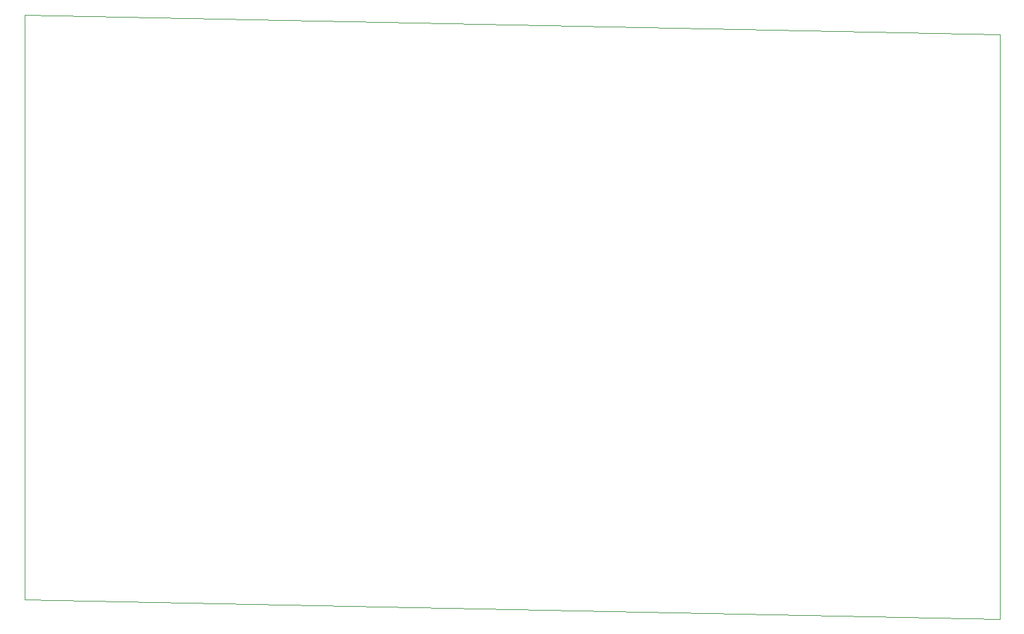
<source format=gko>
G75*
%MOIN*%
%OFA0B0*%
%FSLAX25Y25*%
%IPPOS*%
%LPD*%
%AMOC8*
5,1,8,0,0,1.08239X$1,22.5*
%
%ADD10C,0.00000*%
D10*
X0058450Y0011000D02*
X0058450Y0311000D01*
X0558450Y0301000D01*
X0558450Y0001000D01*
X0058450Y0011000D01*
M02*

</source>
